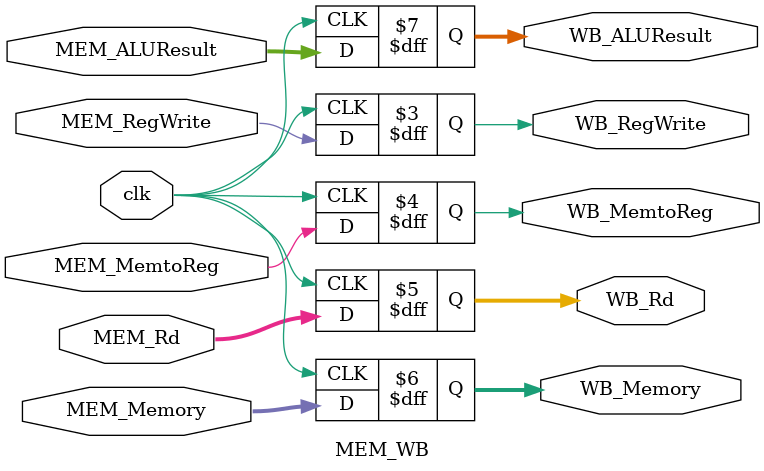
<source format=v>
`timescale 1ns / 1ps

module MEM_WB(
    input clk,
    input MEM_RegWrite,
    input MEM_MemtoReg,
    input [4:0] MEM_Rd,
    input [31:0] MEM_Memory,
    input [31:0] MEM_ALUResult,
    output reg WB_RegWrite,
    output reg WB_MemtoReg,
    output reg [4:0] WB_Rd,
    output reg [31:0] WB_Memory,
    output reg [31:0] WB_ALUResult 
    );
    
    initial begin
        WB_RegWrite = 1'b0;
        WB_MemtoReg = 1'b0; 
        WB_Rd = 5'b0;
        WB_Memory = 32'b0;
        WB_ALUResult = 32'b0;
    end
    
    always @ (posedge clk) begin
        WB_RegWrite <= MEM_RegWrite;
        WB_MemtoReg <= MEM_MemtoReg;
        WB_Rd <= MEM_Rd;
        WB_Memory <= MEM_Memory;
        WB_ALUResult <= MEM_ALUResult;
    end
    
endmodule
</source>
